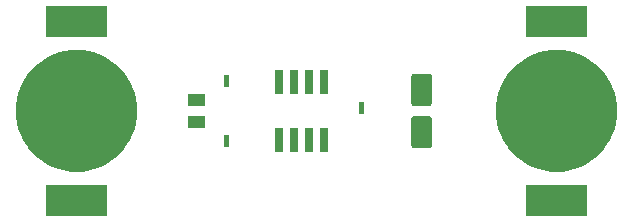
<source format=gbr>
G04 #@! TF.GenerationSoftware,KiCad,Pcbnew,(5.0.2)-1*
G04 #@! TF.CreationDate,2020-05-24T20:53:21+05:30*
G04 #@! TF.ProjectId,555 Timer LED Flasher,35353520-5469-46d6-9572-204c45442046,V1.0*
G04 #@! TF.SameCoordinates,Original*
G04 #@! TF.FileFunction,Soldermask,Top*
G04 #@! TF.FilePolarity,Negative*
%FSLAX46Y46*%
G04 Gerber Fmt 4.6, Leading zero omitted, Abs format (unit mm)*
G04 Created by KiCad (PCBNEW (5.0.2)-1) date 05/24/20 20:53:21*
%MOMM*%
%LPD*%
G01*
G04 APERTURE LIST*
%ADD10C,0.100000*%
G04 APERTURE END LIST*
D10*
G36*
X170737979Y-108251983D02*
X165535979Y-108251983D01*
X165535979Y-105649983D01*
X170737979Y-105649983D01*
X170737979Y-108251983D01*
X170737979Y-108251983D01*
G37*
G36*
X130097979Y-108251983D02*
X124895979Y-108251983D01*
X124895979Y-105649983D01*
X130097979Y-105649983D01*
X130097979Y-108251983D01*
X130097979Y-108251983D01*
G37*
G36*
X128999469Y-94397933D02*
X129548599Y-94625390D01*
X129936892Y-94786226D01*
X130774866Y-95346142D01*
X130780553Y-95349942D01*
X131498020Y-96067409D01*
X131498022Y-96067412D01*
X132061736Y-96911070D01*
X132061736Y-96911071D01*
X132450029Y-97848493D01*
X132647979Y-98843652D01*
X132647979Y-99858314D01*
X132450029Y-100853473D01*
X132227799Y-101389983D01*
X132061736Y-101790896D01*
X131640280Y-102421650D01*
X131498020Y-102634557D01*
X130780553Y-103352024D01*
X130780550Y-103352026D01*
X129936892Y-103915740D01*
X129548599Y-104076576D01*
X128999469Y-104304033D01*
X128004310Y-104501983D01*
X126989648Y-104501983D01*
X125994489Y-104304033D01*
X125445359Y-104076576D01*
X125057066Y-103915740D01*
X124213408Y-103352026D01*
X124213405Y-103352024D01*
X123495938Y-102634557D01*
X123353678Y-102421650D01*
X122932222Y-101790896D01*
X122766159Y-101389983D01*
X122543929Y-100853473D01*
X122345979Y-99858314D01*
X122345979Y-98843652D01*
X122543929Y-97848493D01*
X122932222Y-96911071D01*
X122932222Y-96911070D01*
X123495936Y-96067412D01*
X123495938Y-96067409D01*
X124213405Y-95349942D01*
X124219092Y-95346142D01*
X125057066Y-94786226D01*
X125445359Y-94625390D01*
X125994489Y-94397933D01*
X126989648Y-94199983D01*
X128004310Y-94199983D01*
X128999469Y-94397933D01*
X128999469Y-94397933D01*
G37*
G36*
X169639469Y-94397933D02*
X170188599Y-94625390D01*
X170576892Y-94786226D01*
X171414866Y-95346142D01*
X171420553Y-95349942D01*
X172138020Y-96067409D01*
X172138022Y-96067412D01*
X172701736Y-96911070D01*
X172701736Y-96911071D01*
X173090029Y-97848493D01*
X173287979Y-98843652D01*
X173287979Y-99858314D01*
X173090029Y-100853473D01*
X172867799Y-101389983D01*
X172701736Y-101790896D01*
X172280280Y-102421650D01*
X172138020Y-102634557D01*
X171420553Y-103352024D01*
X171420550Y-103352026D01*
X170576892Y-103915740D01*
X170188599Y-104076576D01*
X169639469Y-104304033D01*
X168644310Y-104501983D01*
X167629648Y-104501983D01*
X166634489Y-104304033D01*
X166085359Y-104076576D01*
X165697066Y-103915740D01*
X164853408Y-103352026D01*
X164853405Y-103352024D01*
X164135938Y-102634557D01*
X163993678Y-102421650D01*
X163572222Y-101790896D01*
X163406159Y-101389983D01*
X163183929Y-100853473D01*
X162985979Y-99858314D01*
X162985979Y-98843652D01*
X163183929Y-97848493D01*
X163572222Y-96911071D01*
X163572222Y-96911070D01*
X164135936Y-96067412D01*
X164135938Y-96067409D01*
X164853405Y-95349942D01*
X164859092Y-95346142D01*
X165697066Y-94786226D01*
X166085359Y-94625390D01*
X166634489Y-94397933D01*
X167629648Y-94199983D01*
X168644310Y-94199983D01*
X169639469Y-94397933D01*
X169639469Y-94397933D01*
G37*
G36*
X148711907Y-100802747D02*
X148732990Y-100809143D01*
X148752421Y-100819529D01*
X148769454Y-100833508D01*
X148783433Y-100850541D01*
X148793819Y-100869972D01*
X148800215Y-100891055D01*
X148802979Y-100919123D01*
X148802979Y-102732843D01*
X148800215Y-102760911D01*
X148793819Y-102781994D01*
X148783433Y-102801425D01*
X148769454Y-102818458D01*
X148752421Y-102832437D01*
X148732990Y-102842823D01*
X148711907Y-102849219D01*
X148683839Y-102851983D01*
X148220119Y-102851983D01*
X148192051Y-102849219D01*
X148170968Y-102842823D01*
X148151537Y-102832437D01*
X148134504Y-102818458D01*
X148120525Y-102801425D01*
X148110139Y-102781994D01*
X148103743Y-102760911D01*
X148100979Y-102732843D01*
X148100979Y-100919123D01*
X148103743Y-100891055D01*
X148110139Y-100869972D01*
X148120525Y-100850541D01*
X148134504Y-100833508D01*
X148151537Y-100819529D01*
X148170968Y-100809143D01*
X148192051Y-100802747D01*
X148220119Y-100799983D01*
X148683839Y-100799983D01*
X148711907Y-100802747D01*
X148711907Y-100802747D01*
G37*
G36*
X147441907Y-100802747D02*
X147462990Y-100809143D01*
X147482421Y-100819529D01*
X147499454Y-100833508D01*
X147513433Y-100850541D01*
X147523819Y-100869972D01*
X147530215Y-100891055D01*
X147532979Y-100919123D01*
X147532979Y-102732843D01*
X147530215Y-102760911D01*
X147523819Y-102781994D01*
X147513433Y-102801425D01*
X147499454Y-102818458D01*
X147482421Y-102832437D01*
X147462990Y-102842823D01*
X147441907Y-102849219D01*
X147413839Y-102851983D01*
X146950119Y-102851983D01*
X146922051Y-102849219D01*
X146900968Y-102842823D01*
X146881537Y-102832437D01*
X146864504Y-102818458D01*
X146850525Y-102801425D01*
X146840139Y-102781994D01*
X146833743Y-102760911D01*
X146830979Y-102732843D01*
X146830979Y-100919123D01*
X146833743Y-100891055D01*
X146840139Y-100869972D01*
X146850525Y-100850541D01*
X146864504Y-100833508D01*
X146881537Y-100819529D01*
X146900968Y-100809143D01*
X146922051Y-100802747D01*
X146950119Y-100799983D01*
X147413839Y-100799983D01*
X147441907Y-100802747D01*
X147441907Y-100802747D01*
G37*
G36*
X146171907Y-100802747D02*
X146192990Y-100809143D01*
X146212421Y-100819529D01*
X146229454Y-100833508D01*
X146243433Y-100850541D01*
X146253819Y-100869972D01*
X146260215Y-100891055D01*
X146262979Y-100919123D01*
X146262979Y-102732843D01*
X146260215Y-102760911D01*
X146253819Y-102781994D01*
X146243433Y-102801425D01*
X146229454Y-102818458D01*
X146212421Y-102832437D01*
X146192990Y-102842823D01*
X146171907Y-102849219D01*
X146143839Y-102851983D01*
X145680119Y-102851983D01*
X145652051Y-102849219D01*
X145630968Y-102842823D01*
X145611537Y-102832437D01*
X145594504Y-102818458D01*
X145580525Y-102801425D01*
X145570139Y-102781994D01*
X145563743Y-102760911D01*
X145560979Y-102732843D01*
X145560979Y-100919123D01*
X145563743Y-100891055D01*
X145570139Y-100869972D01*
X145580525Y-100850541D01*
X145594504Y-100833508D01*
X145611537Y-100819529D01*
X145630968Y-100809143D01*
X145652051Y-100802747D01*
X145680119Y-100799983D01*
X146143839Y-100799983D01*
X146171907Y-100802747D01*
X146171907Y-100802747D01*
G37*
G36*
X144901907Y-100802747D02*
X144922990Y-100809143D01*
X144942421Y-100819529D01*
X144959454Y-100833508D01*
X144973433Y-100850541D01*
X144983819Y-100869972D01*
X144990215Y-100891055D01*
X144992979Y-100919123D01*
X144992979Y-102732843D01*
X144990215Y-102760911D01*
X144983819Y-102781994D01*
X144973433Y-102801425D01*
X144959454Y-102818458D01*
X144942421Y-102832437D01*
X144922990Y-102842823D01*
X144901907Y-102849219D01*
X144873839Y-102851983D01*
X144410119Y-102851983D01*
X144382051Y-102849219D01*
X144360968Y-102842823D01*
X144341537Y-102832437D01*
X144324504Y-102818458D01*
X144310525Y-102801425D01*
X144300139Y-102781994D01*
X144293743Y-102760911D01*
X144290979Y-102732843D01*
X144290979Y-100919123D01*
X144293743Y-100891055D01*
X144300139Y-100869972D01*
X144310525Y-100850541D01*
X144324504Y-100833508D01*
X144341537Y-100819529D01*
X144360968Y-100809143D01*
X144382051Y-100802747D01*
X144410119Y-100799983D01*
X144873839Y-100799983D01*
X144901907Y-100802747D01*
X144901907Y-100802747D01*
G37*
G36*
X157412975Y-99804034D02*
X157446632Y-99814244D01*
X157477646Y-99830821D01*
X157504831Y-99853131D01*
X157527141Y-99880316D01*
X157543718Y-99911330D01*
X157553928Y-99944987D01*
X157557979Y-99986121D01*
X157557979Y-102315845D01*
X157553928Y-102356979D01*
X157543718Y-102390636D01*
X157527141Y-102421650D01*
X157504831Y-102448835D01*
X157477646Y-102471145D01*
X157446632Y-102487722D01*
X157412975Y-102497932D01*
X157371841Y-102501983D01*
X156042117Y-102501983D01*
X156000983Y-102497932D01*
X155967326Y-102487722D01*
X155936312Y-102471145D01*
X155909127Y-102448835D01*
X155886817Y-102421650D01*
X155870240Y-102390636D01*
X155860030Y-102356979D01*
X155855979Y-102315845D01*
X155855979Y-99986121D01*
X155860030Y-99944987D01*
X155870240Y-99911330D01*
X155886817Y-99880316D01*
X155909127Y-99853131D01*
X155936312Y-99830821D01*
X155967326Y-99814244D01*
X156000983Y-99804034D01*
X156042117Y-99799983D01*
X157371841Y-99799983D01*
X157412975Y-99804034D01*
X157412975Y-99804034D01*
G37*
G36*
X140367272Y-101391306D02*
X140374291Y-101393435D01*
X140380754Y-101396890D01*
X140386421Y-101401541D01*
X140391072Y-101407208D01*
X140394527Y-101413671D01*
X140396656Y-101420690D01*
X140397979Y-101434123D01*
X140397979Y-101847843D01*
X140395981Y-101868128D01*
X140393871Y-101878740D01*
X140393873Y-101903244D01*
X140395982Y-101913847D01*
X140397979Y-101934123D01*
X140397979Y-102347843D01*
X140396656Y-102361276D01*
X140394527Y-102368295D01*
X140391072Y-102374758D01*
X140386421Y-102380425D01*
X140380754Y-102385076D01*
X140374291Y-102388531D01*
X140367272Y-102390660D01*
X140353839Y-102391983D01*
X140040119Y-102391983D01*
X140026686Y-102390660D01*
X140019667Y-102388531D01*
X140013204Y-102385076D01*
X140007537Y-102380425D01*
X140002886Y-102374758D01*
X139999431Y-102368295D01*
X139997302Y-102361276D01*
X139995979Y-102347843D01*
X139995979Y-101934123D01*
X139997977Y-101913838D01*
X140000087Y-101903226D01*
X140000085Y-101878722D01*
X139997976Y-101868119D01*
X139995979Y-101847843D01*
X139995979Y-101434123D01*
X139997302Y-101420690D01*
X139999431Y-101413671D01*
X140002886Y-101407208D01*
X140007537Y-101401541D01*
X140013204Y-101396890D01*
X140019667Y-101393435D01*
X140026686Y-101391306D01*
X140040119Y-101389983D01*
X140353839Y-101389983D01*
X140367272Y-101391306D01*
X140367272Y-101391306D01*
G37*
G36*
X138241445Y-99754548D02*
X138280116Y-99766279D01*
X138315758Y-99785331D01*
X138346996Y-99810966D01*
X138372631Y-99842204D01*
X138391683Y-99877846D01*
X138403414Y-99916517D01*
X138407979Y-99962871D01*
X138407979Y-100614095D01*
X138403414Y-100660449D01*
X138391683Y-100699120D01*
X138372631Y-100734762D01*
X138346996Y-100766000D01*
X138315758Y-100791635D01*
X138280116Y-100810687D01*
X138241445Y-100822418D01*
X138195091Y-100826983D01*
X137118867Y-100826983D01*
X137072513Y-100822418D01*
X137033842Y-100810687D01*
X136998200Y-100791635D01*
X136966962Y-100766000D01*
X136941327Y-100734762D01*
X136922275Y-100699120D01*
X136910544Y-100660449D01*
X136905979Y-100614095D01*
X136905979Y-99962871D01*
X136910544Y-99916517D01*
X136922275Y-99877846D01*
X136941327Y-99842204D01*
X136966962Y-99810966D01*
X136998200Y-99785331D01*
X137033842Y-99766279D01*
X137072513Y-99754548D01*
X137118867Y-99749983D01*
X138195091Y-99749983D01*
X138241445Y-99754548D01*
X138241445Y-99754548D01*
G37*
G36*
X151797272Y-98601306D02*
X151804291Y-98603435D01*
X151810754Y-98606890D01*
X151816421Y-98611541D01*
X151821072Y-98617208D01*
X151824527Y-98623671D01*
X151826656Y-98630690D01*
X151827979Y-98644123D01*
X151827979Y-99057843D01*
X151825981Y-99078128D01*
X151823871Y-99088740D01*
X151823873Y-99113244D01*
X151825982Y-99123847D01*
X151827979Y-99144123D01*
X151827979Y-99557843D01*
X151826656Y-99571276D01*
X151824527Y-99578295D01*
X151821072Y-99584758D01*
X151816421Y-99590425D01*
X151810754Y-99595076D01*
X151804291Y-99598531D01*
X151797272Y-99600660D01*
X151783839Y-99601983D01*
X151470119Y-99601983D01*
X151456686Y-99600660D01*
X151449667Y-99598531D01*
X151443204Y-99595076D01*
X151437537Y-99590425D01*
X151432886Y-99584758D01*
X151429431Y-99578295D01*
X151427302Y-99571276D01*
X151425979Y-99557843D01*
X151425979Y-99144123D01*
X151427977Y-99123838D01*
X151430087Y-99113226D01*
X151430085Y-99088722D01*
X151427976Y-99078119D01*
X151425979Y-99057843D01*
X151425979Y-98644123D01*
X151427302Y-98630690D01*
X151429431Y-98623671D01*
X151432886Y-98617208D01*
X151437537Y-98611541D01*
X151443204Y-98606890D01*
X151449667Y-98603435D01*
X151456686Y-98601306D01*
X151470119Y-98599983D01*
X151783839Y-98599983D01*
X151797272Y-98601306D01*
X151797272Y-98601306D01*
G37*
G36*
X138241445Y-97879548D02*
X138280116Y-97891279D01*
X138315758Y-97910331D01*
X138346996Y-97935966D01*
X138372631Y-97967204D01*
X138391683Y-98002846D01*
X138403414Y-98041517D01*
X138407979Y-98087871D01*
X138407979Y-98739095D01*
X138403414Y-98785449D01*
X138391683Y-98824120D01*
X138372631Y-98859762D01*
X138346996Y-98891000D01*
X138315758Y-98916635D01*
X138280116Y-98935687D01*
X138241445Y-98947418D01*
X138195091Y-98951983D01*
X137118867Y-98951983D01*
X137072513Y-98947418D01*
X137033842Y-98935687D01*
X136998200Y-98916635D01*
X136966962Y-98891000D01*
X136941327Y-98859762D01*
X136922275Y-98824120D01*
X136910544Y-98785449D01*
X136905979Y-98739095D01*
X136905979Y-98087871D01*
X136910544Y-98041517D01*
X136922275Y-98002846D01*
X136941327Y-97967204D01*
X136966962Y-97935966D01*
X136998200Y-97910331D01*
X137033842Y-97891279D01*
X137072513Y-97879548D01*
X137118867Y-97874983D01*
X138195091Y-97874983D01*
X138241445Y-97879548D01*
X138241445Y-97879548D01*
G37*
G36*
X157412975Y-96204034D02*
X157446632Y-96214244D01*
X157477646Y-96230821D01*
X157504831Y-96253131D01*
X157527141Y-96280316D01*
X157543718Y-96311330D01*
X157553928Y-96344987D01*
X157557979Y-96386121D01*
X157557979Y-98715845D01*
X157553928Y-98756979D01*
X157543718Y-98790636D01*
X157527141Y-98821650D01*
X157504831Y-98848835D01*
X157477646Y-98871145D01*
X157446632Y-98887722D01*
X157412975Y-98897932D01*
X157371841Y-98901983D01*
X156042117Y-98901983D01*
X156000983Y-98897932D01*
X155967326Y-98887722D01*
X155936312Y-98871145D01*
X155909127Y-98848835D01*
X155886817Y-98821650D01*
X155870240Y-98790636D01*
X155860030Y-98756979D01*
X155855979Y-98715845D01*
X155855979Y-96386121D01*
X155860030Y-96344987D01*
X155870240Y-96311330D01*
X155886817Y-96280316D01*
X155909127Y-96253131D01*
X155936312Y-96230821D01*
X155967326Y-96214244D01*
X156000983Y-96204034D01*
X156042117Y-96199983D01*
X157371841Y-96199983D01*
X157412975Y-96204034D01*
X157412975Y-96204034D01*
G37*
G36*
X144901907Y-95852747D02*
X144922990Y-95859143D01*
X144942421Y-95869529D01*
X144959454Y-95883508D01*
X144973433Y-95900541D01*
X144983819Y-95919972D01*
X144990215Y-95941055D01*
X144992979Y-95969123D01*
X144992979Y-97782843D01*
X144990215Y-97810911D01*
X144983819Y-97831994D01*
X144973433Y-97851425D01*
X144959454Y-97868458D01*
X144942421Y-97882437D01*
X144922990Y-97892823D01*
X144901907Y-97899219D01*
X144873839Y-97901983D01*
X144410119Y-97901983D01*
X144382051Y-97899219D01*
X144360968Y-97892823D01*
X144341537Y-97882437D01*
X144324504Y-97868458D01*
X144310525Y-97851425D01*
X144300139Y-97831994D01*
X144293743Y-97810911D01*
X144290979Y-97782843D01*
X144290979Y-95969123D01*
X144293743Y-95941055D01*
X144300139Y-95919972D01*
X144310525Y-95900541D01*
X144324504Y-95883508D01*
X144341537Y-95869529D01*
X144360968Y-95859143D01*
X144382051Y-95852747D01*
X144410119Y-95849983D01*
X144873839Y-95849983D01*
X144901907Y-95852747D01*
X144901907Y-95852747D01*
G37*
G36*
X148711907Y-95852747D02*
X148732990Y-95859143D01*
X148752421Y-95869529D01*
X148769454Y-95883508D01*
X148783433Y-95900541D01*
X148793819Y-95919972D01*
X148800215Y-95941055D01*
X148802979Y-95969123D01*
X148802979Y-97782843D01*
X148800215Y-97810911D01*
X148793819Y-97831994D01*
X148783433Y-97851425D01*
X148769454Y-97868458D01*
X148752421Y-97882437D01*
X148732990Y-97892823D01*
X148711907Y-97899219D01*
X148683839Y-97901983D01*
X148220119Y-97901983D01*
X148192051Y-97899219D01*
X148170968Y-97892823D01*
X148151537Y-97882437D01*
X148134504Y-97868458D01*
X148120525Y-97851425D01*
X148110139Y-97831994D01*
X148103743Y-97810911D01*
X148100979Y-97782843D01*
X148100979Y-95969123D01*
X148103743Y-95941055D01*
X148110139Y-95919972D01*
X148120525Y-95900541D01*
X148134504Y-95883508D01*
X148151537Y-95869529D01*
X148170968Y-95859143D01*
X148192051Y-95852747D01*
X148220119Y-95849983D01*
X148683839Y-95849983D01*
X148711907Y-95852747D01*
X148711907Y-95852747D01*
G37*
G36*
X147441907Y-95852747D02*
X147462990Y-95859143D01*
X147482421Y-95869529D01*
X147499454Y-95883508D01*
X147513433Y-95900541D01*
X147523819Y-95919972D01*
X147530215Y-95941055D01*
X147532979Y-95969123D01*
X147532979Y-97782843D01*
X147530215Y-97810911D01*
X147523819Y-97831994D01*
X147513433Y-97851425D01*
X147499454Y-97868458D01*
X147482421Y-97882437D01*
X147462990Y-97892823D01*
X147441907Y-97899219D01*
X147413839Y-97901983D01*
X146950119Y-97901983D01*
X146922051Y-97899219D01*
X146900968Y-97892823D01*
X146881537Y-97882437D01*
X146864504Y-97868458D01*
X146850525Y-97851425D01*
X146840139Y-97831994D01*
X146833743Y-97810911D01*
X146830979Y-97782843D01*
X146830979Y-95969123D01*
X146833743Y-95941055D01*
X146840139Y-95919972D01*
X146850525Y-95900541D01*
X146864504Y-95883508D01*
X146881537Y-95869529D01*
X146900968Y-95859143D01*
X146922051Y-95852747D01*
X146950119Y-95849983D01*
X147413839Y-95849983D01*
X147441907Y-95852747D01*
X147441907Y-95852747D01*
G37*
G36*
X146171907Y-95852747D02*
X146192990Y-95859143D01*
X146212421Y-95869529D01*
X146229454Y-95883508D01*
X146243433Y-95900541D01*
X146253819Y-95919972D01*
X146260215Y-95941055D01*
X146262979Y-95969123D01*
X146262979Y-97782843D01*
X146260215Y-97810911D01*
X146253819Y-97831994D01*
X146243433Y-97851425D01*
X146229454Y-97868458D01*
X146212421Y-97882437D01*
X146192990Y-97892823D01*
X146171907Y-97899219D01*
X146143839Y-97901983D01*
X145680119Y-97901983D01*
X145652051Y-97899219D01*
X145630968Y-97892823D01*
X145611537Y-97882437D01*
X145594504Y-97868458D01*
X145580525Y-97851425D01*
X145570139Y-97831994D01*
X145563743Y-97810911D01*
X145560979Y-97782843D01*
X145560979Y-95969123D01*
X145563743Y-95941055D01*
X145570139Y-95919972D01*
X145580525Y-95900541D01*
X145594504Y-95883508D01*
X145611537Y-95869529D01*
X145630968Y-95859143D01*
X145652051Y-95852747D01*
X145680119Y-95849983D01*
X146143839Y-95849983D01*
X146171907Y-95852747D01*
X146171907Y-95852747D01*
G37*
G36*
X140367272Y-96311306D02*
X140374291Y-96313435D01*
X140380754Y-96316890D01*
X140386421Y-96321541D01*
X140391072Y-96327208D01*
X140394527Y-96333671D01*
X140396656Y-96340690D01*
X140397979Y-96354123D01*
X140397979Y-96767843D01*
X140395981Y-96788128D01*
X140393871Y-96798740D01*
X140393873Y-96823244D01*
X140395982Y-96833847D01*
X140397979Y-96854123D01*
X140397979Y-97267843D01*
X140396656Y-97281276D01*
X140394527Y-97288295D01*
X140391072Y-97294758D01*
X140386421Y-97300425D01*
X140380754Y-97305076D01*
X140374291Y-97308531D01*
X140367272Y-97310660D01*
X140353839Y-97311983D01*
X140040119Y-97311983D01*
X140026686Y-97310660D01*
X140019667Y-97308531D01*
X140013204Y-97305076D01*
X140007537Y-97300425D01*
X140002886Y-97294758D01*
X139999431Y-97288295D01*
X139997302Y-97281276D01*
X139995979Y-97267843D01*
X139995979Y-96854123D01*
X139997977Y-96833838D01*
X140000087Y-96823226D01*
X140000085Y-96798722D01*
X139997976Y-96788119D01*
X139995979Y-96767843D01*
X139995979Y-96354123D01*
X139997302Y-96340690D01*
X139999431Y-96333671D01*
X140002886Y-96327208D01*
X140007537Y-96321541D01*
X140013204Y-96316890D01*
X140019667Y-96313435D01*
X140026686Y-96311306D01*
X140040119Y-96309983D01*
X140353839Y-96309983D01*
X140367272Y-96311306D01*
X140367272Y-96311306D01*
G37*
G36*
X170737979Y-93051983D02*
X165535979Y-93051983D01*
X165535979Y-90449983D01*
X170737979Y-90449983D01*
X170737979Y-93051983D01*
X170737979Y-93051983D01*
G37*
G36*
X130097979Y-93051983D02*
X124895979Y-93051983D01*
X124895979Y-90449983D01*
X130097979Y-90449983D01*
X130097979Y-93051983D01*
X130097979Y-93051983D01*
G37*
M02*

</source>
